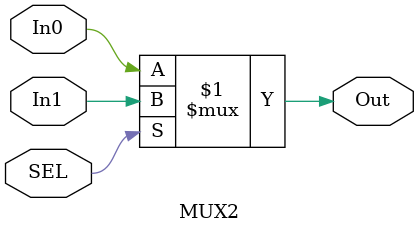
<source format=v>
module MUX2(
/*AUTOARG*/
   // Outputs
   Out,
   // Inputs
   SEL, In0, In1
   );

input   SEL;
input   In0;
input   In1;

output  Out;

assign  Out = SEL ? In1 : In0;

endmodule

</source>
